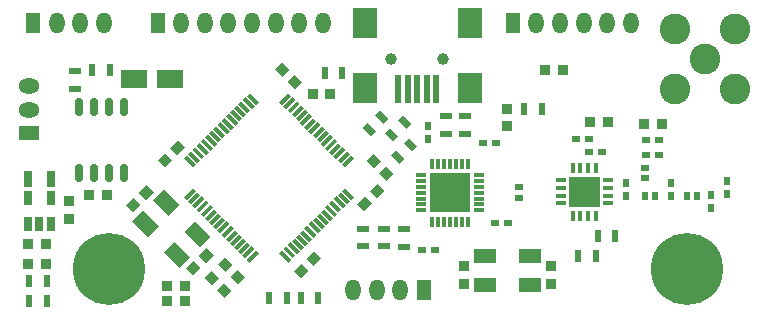
<source format=gts>
G04 #@! TF.FileFunction,Soldermask,Top*
%FSLAX46Y46*%
G04 Gerber Fmt 4.6, Leading zero omitted, Abs format (unit mm)*
G04 Created by KiCad (PCBNEW (2015-09-15 BZR 6201)-product) date tor 18 feb 2016 12:46:51*
%MOMM*%
G01*
G04 APERTURE LIST*
%ADD10C,0.100000*%
%ADD11C,6.101600*%
%ADD12R,0.901600X0.851600*%
%ADD13R,0.851600X0.901600*%
%ADD14R,2.250440X1.602740*%
%ADD15R,0.601600X0.701600*%
%ADD16R,0.701600X0.601600*%
%ADD17C,2.601600*%
%ADD18R,0.801600X1.401600*%
%ADD19R,0.701600X0.501600*%
%ADD20R,0.601600X1.001600*%
%ADD21R,0.501600X0.701600*%
%ADD22R,1.800860X1.300480*%
%ADD23O,1.800860X1.300480*%
%ADD24R,0.601980X2.402840*%
%ADD25R,2.100580X2.600960*%
%ADD26C,1.000760*%
%ADD27O,1.300480X1.800860*%
%ADD28R,1.300480X1.800860*%
%ADD29R,1.001600X0.601600*%
%ADD30R,0.751600X1.161600*%
%ADD31O,0.951600X0.401600*%
%ADD32O,0.401600X0.951600*%
%ADD33R,1.776600X1.776600*%
%ADD34R,0.901600X0.451600*%
%ADD35R,0.451600X0.901600*%
%ADD36R,1.351600X1.351600*%
%ADD37O,0.711200X1.574800*%
%ADD38R,1.902460X1.300480*%
%ADD39R,0.899160X0.899160*%
G04 APERTURE END LIST*
D10*
D11*
X230000000Y-112500000D03*
D12*
X174205200Y-110388400D03*
X175705200Y-110388400D03*
X174205200Y-112064800D03*
X175705200Y-112064800D03*
D13*
X177647600Y-106742800D03*
X177647600Y-108242800D03*
D14*
X183156860Y-96393000D03*
X186159140Y-96393000D03*
D10*
G36*
X184190008Y-105402820D02*
X184792180Y-106004992D01*
X184154652Y-106642520D01*
X183552480Y-106040348D01*
X184190008Y-105402820D01*
X184190008Y-105402820D01*
G37*
G36*
X183129348Y-106463480D02*
X183731520Y-107065652D01*
X183093992Y-107703180D01*
X182491820Y-107101008D01*
X183129348Y-106463480D01*
X183129348Y-106463480D01*
G37*
G36*
X203748008Y-105275820D02*
X204350180Y-105877992D01*
X203712652Y-106515520D01*
X203110480Y-105913348D01*
X203748008Y-105275820D01*
X203748008Y-105275820D01*
G37*
G36*
X202687348Y-106336480D02*
X203289520Y-106938652D01*
X202651992Y-107576180D01*
X202049820Y-106974008D01*
X202687348Y-106336480D01*
X202687348Y-106336480D01*
G37*
D12*
X199759000Y-97663000D03*
X198259000Y-97663000D03*
D10*
G36*
X192539180Y-113197008D02*
X191937008Y-113799180D01*
X191299480Y-113161652D01*
X191901652Y-112559480D01*
X192539180Y-113197008D01*
X192539180Y-113197008D01*
G37*
G36*
X191478520Y-112136348D02*
X190876348Y-112738520D01*
X190238820Y-112100992D01*
X190840992Y-111498820D01*
X191478520Y-112136348D01*
X191478520Y-112136348D01*
G37*
G36*
X191396180Y-114340008D02*
X190794008Y-114942180D01*
X190156480Y-114304652D01*
X190758652Y-113702480D01*
X191396180Y-114340008D01*
X191396180Y-114340008D01*
G37*
G36*
X190335520Y-113279348D02*
X189733348Y-113881520D01*
X189095820Y-113243992D01*
X189697992Y-112641820D01*
X190335520Y-113279348D01*
X190335520Y-113279348D01*
G37*
D12*
X217944000Y-95631000D03*
X219444000Y-95631000D03*
D10*
G36*
X188173992Y-113037180D02*
X187571820Y-112435008D01*
X188209348Y-111797480D01*
X188811520Y-112399652D01*
X188173992Y-113037180D01*
X188173992Y-113037180D01*
G37*
G36*
X189234652Y-111976520D02*
X188632480Y-111374348D01*
X189270008Y-110736820D01*
X189872180Y-111338992D01*
X189234652Y-111976520D01*
X189234652Y-111976520D01*
G37*
G36*
X185738662Y-103915510D02*
X185136490Y-103313338D01*
X185774018Y-102675810D01*
X186376190Y-103277982D01*
X185738662Y-103915510D01*
X185738662Y-103915510D01*
G37*
G36*
X186799322Y-102854850D02*
X186197150Y-102252678D01*
X186834678Y-101615150D01*
X187436850Y-102217322D01*
X186799322Y-102854850D01*
X186799322Y-102854850D01*
G37*
G36*
X198391678Y-111013150D02*
X198993850Y-111615322D01*
X198356322Y-112252850D01*
X197754150Y-111650678D01*
X198391678Y-111013150D01*
X198391678Y-111013150D01*
G37*
G36*
X197331018Y-112073810D02*
X197933190Y-112675982D01*
X197295662Y-113313510D01*
X196693490Y-112711338D01*
X197331018Y-112073810D01*
X197331018Y-112073810D01*
G37*
G36*
X197365180Y-96687008D02*
X196763008Y-97289180D01*
X196125480Y-96651652D01*
X196727652Y-96049480D01*
X197365180Y-96687008D01*
X197365180Y-96687008D01*
G37*
G36*
X196304520Y-95626348D02*
X195702348Y-96228520D01*
X195064820Y-95590992D01*
X195666992Y-94988820D01*
X196304520Y-95626348D01*
X196304520Y-95626348D01*
G37*
G36*
X205112180Y-104434008D02*
X204510008Y-105036180D01*
X203872480Y-104398652D01*
X204474652Y-103796480D01*
X205112180Y-104434008D01*
X205112180Y-104434008D01*
G37*
G36*
X204051520Y-103373348D02*
X203449348Y-103975520D01*
X202811820Y-103337992D01*
X203413992Y-102735820D01*
X204051520Y-103373348D01*
X204051520Y-103373348D01*
G37*
D15*
X208026000Y-100415000D03*
X208026000Y-101515000D03*
D16*
X207561000Y-110871000D03*
X208661000Y-110871000D03*
X214799000Y-108585000D03*
X213699000Y-108585000D03*
D13*
X211074000Y-113780000D03*
X211074000Y-112280000D03*
D16*
X213783000Y-101854000D03*
X212683000Y-101854000D03*
D13*
X218440000Y-112280000D03*
X218440000Y-113780000D03*
X214757000Y-100445000D03*
X214757000Y-98945000D03*
D12*
X227826000Y-100203000D03*
X226326000Y-100203000D03*
D16*
X227626000Y-101600000D03*
X226526000Y-101600000D03*
X227626000Y-102870000D03*
X226526000Y-102870000D03*
D15*
X224790000Y-105241000D03*
X224790000Y-106341000D03*
D12*
X223254000Y-100076000D03*
X221754000Y-100076000D03*
D16*
X220557000Y-101473000D03*
X221657000Y-101473000D03*
D15*
X228600000Y-105241000D03*
X228600000Y-106341000D03*
D16*
X222800000Y-102616000D03*
X221700000Y-102616000D03*
D15*
X233375200Y-106188600D03*
X233375200Y-105088600D03*
X232029000Y-107357000D03*
X232029000Y-106257000D03*
D12*
X180836000Y-106235500D03*
X179336000Y-106235500D03*
D17*
X231521000Y-94742000D03*
X228981000Y-92202000D03*
X228981000Y-97282000D03*
X234061000Y-97282000D03*
X234061000Y-92202000D03*
D18*
X174172800Y-104851200D03*
X176072800Y-104851200D03*
D19*
X215773000Y-105595000D03*
X215773000Y-106495000D03*
X226441000Y-104844000D03*
X226441000Y-103944000D03*
D20*
X216166000Y-98933000D03*
X217666000Y-98933000D03*
D21*
X226372000Y-106299000D03*
X227272000Y-106299000D03*
X229928000Y-106299000D03*
X230828000Y-106299000D03*
D22*
X174244000Y-101031040D03*
D23*
X174244000Y-97028000D03*
X174244000Y-99029520D03*
D24*
X208732120Y-97292160D03*
X207932020Y-97292160D03*
X207131920Y-97292160D03*
X206331820Y-97292160D03*
X205531720Y-97292160D03*
D25*
X211582000Y-97193100D03*
X211582000Y-91694000D03*
X202681840Y-97193100D03*
X202681840Y-91694000D03*
D26*
X209331560Y-94693740D03*
X204932280Y-94693740D03*
D27*
X197137020Y-91694000D03*
X195138040Y-91694000D03*
X193136520Y-91694000D03*
D28*
X185130440Y-91694000D03*
D27*
X189133480Y-91694000D03*
X187131960Y-91694000D03*
X191132460Y-91694000D03*
X199136000Y-91694000D03*
D28*
X215198960Y-91694000D03*
D27*
X219202000Y-91694000D03*
X217200480Y-91694000D03*
X221200980Y-91694000D03*
X223202500Y-91694000D03*
X225204020Y-91694000D03*
D28*
X174591980Y-91694000D03*
D27*
X178595020Y-91694000D03*
X176593500Y-91694000D03*
X180594000Y-91694000D03*
D20*
X200775000Y-95885000D03*
X199275000Y-95885000D03*
D10*
G36*
X205605091Y-103586147D02*
X204896853Y-102877909D01*
X205322249Y-102452513D01*
X206030487Y-103160751D01*
X205605091Y-103586147D01*
X205605091Y-103586147D01*
G37*
G36*
X206665751Y-102525487D02*
X205957513Y-101817249D01*
X206382909Y-101391853D01*
X207091147Y-102100091D01*
X206665751Y-102525487D01*
X206665751Y-102525487D01*
G37*
G36*
X205097091Y-101681147D02*
X204388853Y-100972909D01*
X204814249Y-100547513D01*
X205522487Y-101255751D01*
X205097091Y-101681147D01*
X205097091Y-101681147D01*
G37*
G36*
X206157751Y-100620487D02*
X205449513Y-99912249D01*
X205874909Y-99486853D01*
X206583147Y-100195091D01*
X206157751Y-100620487D01*
X206157751Y-100620487D01*
G37*
G36*
X203169761Y-101258977D02*
X202461523Y-100550739D01*
X202886919Y-100125343D01*
X203595157Y-100833581D01*
X203169761Y-101258977D01*
X203169761Y-101258977D01*
G37*
G36*
X204230421Y-100198317D02*
X203522183Y-99490079D01*
X203947579Y-99064683D01*
X204655817Y-99772921D01*
X204230421Y-100198317D01*
X204230421Y-100198317D01*
G37*
D29*
X209550000Y-99580000D03*
X209550000Y-101080000D03*
X211201000Y-101080000D03*
X211201000Y-99580000D03*
D20*
X220738000Y-111379000D03*
X222238000Y-111379000D03*
D29*
X202565000Y-109105000D03*
X202565000Y-110605000D03*
D20*
X222389000Y-109728000D03*
X223889000Y-109728000D03*
D29*
X204343000Y-109105000D03*
X204343000Y-110605000D03*
X205994000Y-109117000D03*
X205994000Y-110617000D03*
D20*
X179590000Y-95631000D03*
X181090000Y-95631000D03*
D29*
X178181000Y-97270000D03*
X178181000Y-95770000D03*
D30*
X174172800Y-108661200D03*
X175122800Y-108661200D03*
X176072800Y-108661200D03*
X176072800Y-106461200D03*
X174172800Y-106461200D03*
D31*
X207444000Y-104545000D03*
X207444000Y-105045000D03*
X207444000Y-105545000D03*
X207444000Y-106045000D03*
X207444000Y-106545000D03*
X207444000Y-107045000D03*
X207444000Y-107545000D03*
D32*
X208394000Y-108495000D03*
X208894000Y-108495000D03*
X209394000Y-108495000D03*
X209894000Y-108495000D03*
X210394000Y-108495000D03*
X210894000Y-108495000D03*
X211394000Y-108495000D03*
D31*
X212344000Y-107545000D03*
X212344000Y-107045000D03*
X212344000Y-106545000D03*
X212344000Y-106045000D03*
X212344000Y-105545000D03*
X212344000Y-105045000D03*
X212344000Y-104545000D03*
D32*
X211394000Y-103595000D03*
X210894000Y-103595000D03*
X210394000Y-103595000D03*
X209894000Y-103595000D03*
X209394000Y-103595000D03*
X208894000Y-103595000D03*
X208394000Y-103595000D03*
D33*
X210731500Y-106882500D03*
X210731500Y-105207500D03*
X209056500Y-106882500D03*
X209056500Y-105207500D03*
D34*
X219266000Y-105014000D03*
X219266000Y-105664000D03*
X219266000Y-106314000D03*
X219266000Y-106964000D03*
D35*
X220291000Y-107989000D03*
X220941000Y-107989000D03*
X221591000Y-107989000D03*
X222241000Y-107989000D03*
D34*
X223266000Y-106964000D03*
X223266000Y-106314000D03*
X223266000Y-105664000D03*
X223266000Y-105014000D03*
D35*
X222241000Y-103989000D03*
X221591000Y-103989000D03*
X220941000Y-103989000D03*
X220291000Y-103989000D03*
D36*
X221891000Y-106614000D03*
X221891000Y-105364000D03*
X220641000Y-106614000D03*
X220641000Y-105364000D03*
D37*
X178460400Y-104343200D03*
X179730400Y-104343200D03*
X181000400Y-104343200D03*
X182270400Y-104343200D03*
X182270400Y-98755200D03*
X181000400Y-98755200D03*
X179730400Y-98755200D03*
X178460400Y-98755200D03*
D38*
X212857080Y-111399320D03*
X212857080Y-113898680D03*
X216656920Y-113898680D03*
X216656920Y-111399320D03*
D10*
G36*
X187616676Y-106667642D02*
X187368057Y-106419023D01*
X188147006Y-105640074D01*
X188395625Y-105888693D01*
X187616676Y-106667642D01*
X187616676Y-106667642D01*
G37*
G36*
X187970229Y-107021196D02*
X187721610Y-106772577D01*
X188500559Y-105993628D01*
X188749178Y-106242247D01*
X187970229Y-107021196D01*
X187970229Y-107021196D01*
G37*
G36*
X188323783Y-107374749D02*
X188075164Y-107126130D01*
X188854113Y-106347181D01*
X189102732Y-106595800D01*
X188323783Y-107374749D01*
X188323783Y-107374749D01*
G37*
G36*
X188677336Y-107728302D02*
X188428717Y-107479683D01*
X189207666Y-106700734D01*
X189456285Y-106949353D01*
X188677336Y-107728302D01*
X188677336Y-107728302D01*
G37*
G36*
X189030889Y-108081856D02*
X188782270Y-107833237D01*
X189561219Y-107054288D01*
X189809838Y-107302907D01*
X189030889Y-108081856D01*
X189030889Y-108081856D01*
G37*
G36*
X189384443Y-108435409D02*
X189135824Y-108186790D01*
X189914773Y-107407841D01*
X190163392Y-107656460D01*
X189384443Y-108435409D01*
X189384443Y-108435409D01*
G37*
G36*
X189737996Y-108788963D02*
X189489377Y-108540344D01*
X190268326Y-107761395D01*
X190516945Y-108010014D01*
X189737996Y-108788963D01*
X189737996Y-108788963D01*
G37*
G36*
X190091550Y-109142516D02*
X189842931Y-108893897D01*
X190621880Y-108114948D01*
X190870499Y-108363567D01*
X190091550Y-109142516D01*
X190091550Y-109142516D01*
G37*
G36*
X190445103Y-109496069D02*
X190196484Y-109247450D01*
X190975433Y-108468501D01*
X191224052Y-108717120D01*
X190445103Y-109496069D01*
X190445103Y-109496069D01*
G37*
G36*
X190798656Y-109849623D02*
X190550037Y-109601004D01*
X191328986Y-108822055D01*
X191577605Y-109070674D01*
X190798656Y-109849623D01*
X190798656Y-109849623D01*
G37*
G36*
X191152210Y-110203176D02*
X190903591Y-109954557D01*
X191682540Y-109175608D01*
X191931159Y-109424227D01*
X191152210Y-110203176D01*
X191152210Y-110203176D01*
G37*
G36*
X191505763Y-110556730D02*
X191257144Y-110308111D01*
X192036093Y-109529162D01*
X192284712Y-109777781D01*
X191505763Y-110556730D01*
X191505763Y-110556730D01*
G37*
G36*
X191859317Y-110910283D02*
X191610698Y-110661664D01*
X192389647Y-109882715D01*
X192638266Y-110131334D01*
X191859317Y-110910283D01*
X191859317Y-110910283D01*
G37*
G36*
X192212870Y-111263836D02*
X191964251Y-111015217D01*
X192743200Y-110236268D01*
X192991819Y-110484887D01*
X192212870Y-111263836D01*
X192212870Y-111263836D01*
G37*
G36*
X192566423Y-111617390D02*
X192317804Y-111368771D01*
X193096753Y-110589822D01*
X193345372Y-110838441D01*
X192566423Y-111617390D01*
X192566423Y-111617390D01*
G37*
G36*
X192919977Y-111970943D02*
X192671358Y-111722324D01*
X193450307Y-110943375D01*
X193698926Y-111191994D01*
X192919977Y-111970943D01*
X192919977Y-111970943D01*
G37*
G36*
X196456642Y-111722324D02*
X196208023Y-111970943D01*
X195429074Y-111191994D01*
X195677693Y-110943375D01*
X196456642Y-111722324D01*
X196456642Y-111722324D01*
G37*
G36*
X196810196Y-111368771D02*
X196561577Y-111617390D01*
X195782628Y-110838441D01*
X196031247Y-110589822D01*
X196810196Y-111368771D01*
X196810196Y-111368771D01*
G37*
G36*
X197163749Y-111015217D02*
X196915130Y-111263836D01*
X196136181Y-110484887D01*
X196384800Y-110236268D01*
X197163749Y-111015217D01*
X197163749Y-111015217D01*
G37*
G36*
X197517302Y-110661664D02*
X197268683Y-110910283D01*
X196489734Y-110131334D01*
X196738353Y-109882715D01*
X197517302Y-110661664D01*
X197517302Y-110661664D01*
G37*
G36*
X197870856Y-110308111D02*
X197622237Y-110556730D01*
X196843288Y-109777781D01*
X197091907Y-109529162D01*
X197870856Y-110308111D01*
X197870856Y-110308111D01*
G37*
G36*
X198224409Y-109954557D02*
X197975790Y-110203176D01*
X197196841Y-109424227D01*
X197445460Y-109175608D01*
X198224409Y-109954557D01*
X198224409Y-109954557D01*
G37*
G36*
X198577963Y-109601004D02*
X198329344Y-109849623D01*
X197550395Y-109070674D01*
X197799014Y-108822055D01*
X198577963Y-109601004D01*
X198577963Y-109601004D01*
G37*
G36*
X198931516Y-109247450D02*
X198682897Y-109496069D01*
X197903948Y-108717120D01*
X198152567Y-108468501D01*
X198931516Y-109247450D01*
X198931516Y-109247450D01*
G37*
G36*
X199285069Y-108893897D02*
X199036450Y-109142516D01*
X198257501Y-108363567D01*
X198506120Y-108114948D01*
X199285069Y-108893897D01*
X199285069Y-108893897D01*
G37*
G36*
X199638623Y-108540344D02*
X199390004Y-108788963D01*
X198611055Y-108010014D01*
X198859674Y-107761395D01*
X199638623Y-108540344D01*
X199638623Y-108540344D01*
G37*
G36*
X199992176Y-108186790D02*
X199743557Y-108435409D01*
X198964608Y-107656460D01*
X199213227Y-107407841D01*
X199992176Y-108186790D01*
X199992176Y-108186790D01*
G37*
G36*
X200345730Y-107833237D02*
X200097111Y-108081856D01*
X199318162Y-107302907D01*
X199566781Y-107054288D01*
X200345730Y-107833237D01*
X200345730Y-107833237D01*
G37*
G36*
X200699283Y-107479683D02*
X200450664Y-107728302D01*
X199671715Y-106949353D01*
X199920334Y-106700734D01*
X200699283Y-107479683D01*
X200699283Y-107479683D01*
G37*
G36*
X201052836Y-107126130D02*
X200804217Y-107374749D01*
X200025268Y-106595800D01*
X200273887Y-106347181D01*
X201052836Y-107126130D01*
X201052836Y-107126130D01*
G37*
G36*
X201406390Y-106772577D02*
X201157771Y-107021196D01*
X200378822Y-106242247D01*
X200627441Y-105993628D01*
X201406390Y-106772577D01*
X201406390Y-106772577D01*
G37*
G36*
X201759943Y-106419023D02*
X201511324Y-106667642D01*
X200732375Y-105888693D01*
X200980994Y-105640074D01*
X201759943Y-106419023D01*
X201759943Y-106419023D01*
G37*
G36*
X200980994Y-103909926D02*
X200732375Y-103661307D01*
X201511324Y-102882358D01*
X201759943Y-103130977D01*
X200980994Y-103909926D01*
X200980994Y-103909926D01*
G37*
G36*
X200627441Y-103556372D02*
X200378822Y-103307753D01*
X201157771Y-102528804D01*
X201406390Y-102777423D01*
X200627441Y-103556372D01*
X200627441Y-103556372D01*
G37*
G36*
X200273887Y-103202819D02*
X200025268Y-102954200D01*
X200804217Y-102175251D01*
X201052836Y-102423870D01*
X200273887Y-103202819D01*
X200273887Y-103202819D01*
G37*
G36*
X199920334Y-102849266D02*
X199671715Y-102600647D01*
X200450664Y-101821698D01*
X200699283Y-102070317D01*
X199920334Y-102849266D01*
X199920334Y-102849266D01*
G37*
G36*
X199566781Y-102495712D02*
X199318162Y-102247093D01*
X200097111Y-101468144D01*
X200345730Y-101716763D01*
X199566781Y-102495712D01*
X199566781Y-102495712D01*
G37*
G36*
X199213227Y-102142159D02*
X198964608Y-101893540D01*
X199743557Y-101114591D01*
X199992176Y-101363210D01*
X199213227Y-102142159D01*
X199213227Y-102142159D01*
G37*
G36*
X198859674Y-101788605D02*
X198611055Y-101539986D01*
X199390004Y-100761037D01*
X199638623Y-101009656D01*
X198859674Y-101788605D01*
X198859674Y-101788605D01*
G37*
G36*
X198506120Y-101435052D02*
X198257501Y-101186433D01*
X199036450Y-100407484D01*
X199285069Y-100656103D01*
X198506120Y-101435052D01*
X198506120Y-101435052D01*
G37*
G36*
X198152567Y-101081499D02*
X197903948Y-100832880D01*
X198682897Y-100053931D01*
X198931516Y-100302550D01*
X198152567Y-101081499D01*
X198152567Y-101081499D01*
G37*
G36*
X197799014Y-100727945D02*
X197550395Y-100479326D01*
X198329344Y-99700377D01*
X198577963Y-99948996D01*
X197799014Y-100727945D01*
X197799014Y-100727945D01*
G37*
G36*
X197445460Y-100374392D02*
X197196841Y-100125773D01*
X197975790Y-99346824D01*
X198224409Y-99595443D01*
X197445460Y-100374392D01*
X197445460Y-100374392D01*
G37*
G36*
X197091907Y-100020838D02*
X196843288Y-99772219D01*
X197622237Y-98993270D01*
X197870856Y-99241889D01*
X197091907Y-100020838D01*
X197091907Y-100020838D01*
G37*
G36*
X196738353Y-99667285D02*
X196489734Y-99418666D01*
X197268683Y-98639717D01*
X197517302Y-98888336D01*
X196738353Y-99667285D01*
X196738353Y-99667285D01*
G37*
G36*
X196384800Y-99313732D02*
X196136181Y-99065113D01*
X196915130Y-98286164D01*
X197163749Y-98534783D01*
X196384800Y-99313732D01*
X196384800Y-99313732D01*
G37*
G36*
X196031247Y-98960178D02*
X195782628Y-98711559D01*
X196561577Y-97932610D01*
X196810196Y-98181229D01*
X196031247Y-98960178D01*
X196031247Y-98960178D01*
G37*
G36*
X195677693Y-98606625D02*
X195429074Y-98358006D01*
X196208023Y-97579057D01*
X196456642Y-97827676D01*
X195677693Y-98606625D01*
X195677693Y-98606625D01*
G37*
G36*
X193698926Y-98358006D02*
X193450307Y-98606625D01*
X192671358Y-97827676D01*
X192919977Y-97579057D01*
X193698926Y-98358006D01*
X193698926Y-98358006D01*
G37*
G36*
X193345372Y-98711559D02*
X193096753Y-98960178D01*
X192317804Y-98181229D01*
X192566423Y-97932610D01*
X193345372Y-98711559D01*
X193345372Y-98711559D01*
G37*
G36*
X192991819Y-99065113D02*
X192743200Y-99313732D01*
X191964251Y-98534783D01*
X192212870Y-98286164D01*
X192991819Y-99065113D01*
X192991819Y-99065113D01*
G37*
G36*
X192638266Y-99418666D02*
X192389647Y-99667285D01*
X191610698Y-98888336D01*
X191859317Y-98639717D01*
X192638266Y-99418666D01*
X192638266Y-99418666D01*
G37*
G36*
X192284712Y-99772219D02*
X192036093Y-100020838D01*
X191257144Y-99241889D01*
X191505763Y-98993270D01*
X192284712Y-99772219D01*
X192284712Y-99772219D01*
G37*
G36*
X191931159Y-100125773D02*
X191682540Y-100374392D01*
X190903591Y-99595443D01*
X191152210Y-99346824D01*
X191931159Y-100125773D01*
X191931159Y-100125773D01*
G37*
G36*
X191577605Y-100479326D02*
X191328986Y-100727945D01*
X190550037Y-99948996D01*
X190798656Y-99700377D01*
X191577605Y-100479326D01*
X191577605Y-100479326D01*
G37*
G36*
X191224052Y-100832880D02*
X190975433Y-101081499D01*
X190196484Y-100302550D01*
X190445103Y-100053931D01*
X191224052Y-100832880D01*
X191224052Y-100832880D01*
G37*
G36*
X190870499Y-101186433D02*
X190621880Y-101435052D01*
X189842931Y-100656103D01*
X190091550Y-100407484D01*
X190870499Y-101186433D01*
X190870499Y-101186433D01*
G37*
G36*
X190516945Y-101539986D02*
X190268326Y-101788605D01*
X189489377Y-101009656D01*
X189737996Y-100761037D01*
X190516945Y-101539986D01*
X190516945Y-101539986D01*
G37*
G36*
X190163392Y-101893540D02*
X189914773Y-102142159D01*
X189135824Y-101363210D01*
X189384443Y-101114591D01*
X190163392Y-101893540D01*
X190163392Y-101893540D01*
G37*
G36*
X189809838Y-102247093D02*
X189561219Y-102495712D01*
X188782270Y-101716763D01*
X189030889Y-101468144D01*
X189809838Y-102247093D01*
X189809838Y-102247093D01*
G37*
G36*
X189456285Y-102600647D02*
X189207666Y-102849266D01*
X188428717Y-102070317D01*
X188677336Y-101821698D01*
X189456285Y-102600647D01*
X189456285Y-102600647D01*
G37*
G36*
X189102732Y-102954200D02*
X188854113Y-103202819D01*
X188075164Y-102423870D01*
X188323783Y-102175251D01*
X189102732Y-102954200D01*
X189102732Y-102954200D01*
G37*
G36*
X188749178Y-103307753D02*
X188500559Y-103556372D01*
X187721610Y-102777423D01*
X187970229Y-102528804D01*
X188749178Y-103307753D01*
X188749178Y-103307753D01*
G37*
G36*
X188395625Y-103661307D02*
X188147006Y-103909926D01*
X187368057Y-103130977D01*
X187616676Y-102882358D01*
X188395625Y-103661307D01*
X188395625Y-103661307D01*
G37*
G36*
X184716801Y-106653064D02*
X185636379Y-105733486D01*
X186981621Y-107078728D01*
X186062043Y-107998306D01*
X184716801Y-106653064D01*
X184716801Y-106653064D01*
G37*
G36*
X182949486Y-108420379D02*
X183869064Y-107500801D01*
X185214306Y-108846043D01*
X184294728Y-109765621D01*
X182949486Y-108420379D01*
X182949486Y-108420379D01*
G37*
G36*
X185636379Y-111107272D02*
X186555957Y-110187694D01*
X187901199Y-111532936D01*
X186981621Y-112452514D01*
X185636379Y-111107272D01*
X185636379Y-111107272D01*
G37*
G36*
X187403694Y-109339957D02*
X188323272Y-108420379D01*
X189668514Y-109765621D01*
X188748936Y-110685199D01*
X187403694Y-109339957D01*
X187403694Y-109339957D01*
G37*
D11*
X181000000Y-112500000D03*
D28*
X207678019Y-114300000D03*
D27*
X203674979Y-114300000D03*
X205676499Y-114300000D03*
X201675999Y-114300000D03*
D20*
X194576000Y-114935000D03*
X196076000Y-114935000D03*
X197243000Y-114935000D03*
X198743000Y-114935000D03*
X175756000Y-115189000D03*
X174256000Y-115189000D03*
X175756000Y-113538000D03*
X174256000Y-113538000D03*
D39*
X187439300Y-115189000D03*
X185940700Y-115189000D03*
X187439300Y-113919000D03*
X185940700Y-113919000D03*
M02*

</source>
